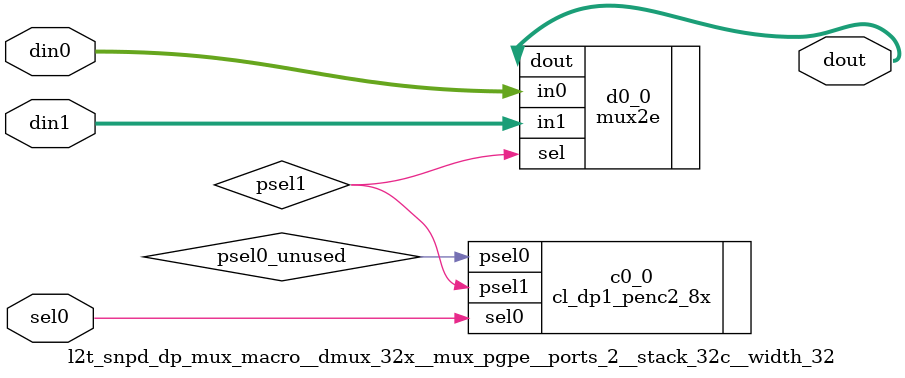
<source format=v>
`define	IQ_SIZE	8
`define	OQ_SIZE	12
`define	TAG_WIDTH	28
`define	TAG_WIDTH_LESS1	27
`define	TAG_WIDTHr	28r
`define	TAG_WIDTHc	28c
`define	TAG_WIDTH6	22
`define	TAG_WIDTH6r	22r
`define	TAG_WIDTH6c	22c


`define	MBD_WIDTH	106    // BS and SR 11/12/03 N2 Xbar Packet format change


`define	MBD_ECC_HI	105
`define	MBD_ECC_HI_PLUS1	106
`define	MBD_ECC_HI_PLUS5	110
`define	MBD_ECC_LO	100
`define	MBD_EVICT	99 
`define	MBD_DEP		98
`define	MBD_TECC	97
`define	MBD_ENTRY_HI	96
`define	MBD_ENTRY_LO	93

`define	MBD_POISON	92   
`define	MBD_RDMA_HI	91
`define	MBD_RDMA_LO	90
`define	MBD_RQ_HI	89
`define	MBD_RQ_LO	85
`define	MBD_NC		84
`define	MBD_RSVD	83
`define	MBD_CP_HI	82
`define	MBD_CP_LO	80
`define	MBD_TH_HI	79
`define	MBD_TH_LO	77
`define	MBD_BF_HI	76
`define	MBD_BF_LO	74
`define	MBD_WY_HI	73
`define	MBD_WY_LO	72
`define	MBD_SZ_HI	71
`define	MBD_SZ_LO	64
`define	MBD_DATA_HI	63
`define	MBD_DATA_LO	0

// BS and SR 11/12/03 N2 Xbar Packet format change
`define	L2_FBF		40
`define	L2_MBF		39
`define	L2_SNP		38
`define	L2_CTRUE	37
`define	L2_EVICT  	36
`define	L2_DEP		35
`define	L2_TECC		34
`define	L2_ENTRY_HI	33
`define	L2_ENTRY_LO	29

`define	L2_POISON	28
`define	L2_RDMA_HI	27
`define	L2_RDMA_LO	26
// BS and SR 11/12/03 N2 Xbar Packet format change , maps to bits [128:104] of PCXS packet , ther than RSVD bit
`define	L2_RQTYP_HI	25
`define	L2_RQTYP_LO	21
`define	L2_NC		20
`define	L2_RSVD		19
`define	L2_CPUID_HI	18
`define	L2_CPUID_LO	16
`define	L2_TID_HI	15	
`define	L2_TID_LO	13	
`define	L2_BUFID_HI     12	
`define	L2_BUFID_LO	10	
`define	L2_L1WY_HI	9
`define	L2_L1WY_LO	8
`define	L2_SZ_HI	7
`define	L2_SZ_LO	0


`define	ERR_MEU		63
`define	ERR_MEC		62
`define	ERR_RW		61
`define	ERR_ASYNC	60
`define	ERR_TID_HI	59 // PRM needs to change to reflect this : TID will be bits [59:54] instead of [58:54]
`define	ERR_TID_LO	54
`define	ERR_LDAC	53
`define	ERR_LDAU	52
`define	ERR_LDWC	51
`define	ERR_LDWU	50
`define	ERR_LDRC	49
`define	ERR_LDRU	48
`define	ERR_LDSC	47
`define	ERR_LDSU	46
`define	ERR_LTC		45
`define	ERR_LRU		44
`define	ERR_LVU		43
`define	ERR_DAC		42
`define	ERR_DAU		41
`define	ERR_DRC		40
`define	ERR_DRU		39
`define	ERR_DSC		38
`define	ERR_DSU		37
`define	ERR_VEC		36
`define	ERR_VEU		35
`define ERR_LVC         34
`define	ERR_SYN_HI	31
`define	ERR_SYN_LO	0



`define ERR_MEND	51
`define ERR_NDRW	50
`define ERR_NDSP	49
`define ERR_NDDM	48
`define ERR_NDVCID_HI   45
`define ERR_NDVCID_LO   40
`define ERR_NDADR_HI    39
`define ERR_NDADR_LO    4


//  Phase 2 : SIU Inteface and format change

`define	JBI_HDR_SZ	26 // BS and SR 11/12/03 N2 Xbar Packet format change
`define	JBI_HDR_SZ_LESS1	25 // BS and SR 11/12/03 N2 Xbar Packet format change
`define	JBI_HDR_SZ4     23	
`define	JBI_HDR_SZc	27c
`define	JBI_HDR_SZ4c    23c	

`define	JBI_ADDR_LO	0	
`define	JBI_ADDR_HI	7	
`define	JBI_SZ_LO	8	
`define	JBI_SZ_HI	15	
// `define	JBI_RSVD	16	NOt used
`define	JBI_CTAG_LO	16	
`define	JBI_CTAG_HI	23	
`define	JBI_RQ_RD	24	
`define	JBI_RQ_WR8	25	
`define	JBI_RQ_WR64	26	
`define JBI_OPES_LO	27	// 0 = 30, P=29, E=28, S=27
`define JBI_OPES_HI	30
`define	JBI_RQ_POISON	31	
`define	JBI_ENTRY_LO	32
`define	JBI_ENTRY_HI	33

//  Phase 2 : SIU Inteface and format change
// BS and SR 11/12/03 N2 Xbar Packet format change :
`define	JBINST_SZ_LO	0	
`define	JBINST_SZ_HI	7	
// `define	JBINST_RSVD	8 NOT used	
`define	JBINST_CTAG_LO	8	
`define	JBINST_CTAG_HI	15	
`define	JBINST_RQ_RD	16	
`define	JBINST_RQ_WR8	17	
`define	JBINST_RQ_WR64	18	
`define JBINST_OPES_LO  19	// 0 = 22, P=21, E=20, S=19
`define JBINST_OPES_HI  22
`define	JBINST_ENTRY_LO	23
`define	JBINST_ENTRY_HI	24
`define	JBINST_POISON   25


`define	ST_REQ_ST	1
`define	LD_REQ_ST	2
`define	IDLE	0


 
 
module l2t_snpd_dp (
  tcu_pce_ov, 
  tcu_aclk, 
  tcu_bclk, 
  tcu_scan_en, 
  tcu_clk_stop, 
  scan_out, 
  snpd_snpq_arbdp_addr_px2, 
  snpd_snpq_arbdp_inst_px2, 
  snpd_snpq_arbdp_data_px2, 
  snpd_ecc_px2, 
  snpd_rq_winv_s1, 
  snpd_rdmatag_wr_addr_s2, 
  l2clk, 
  scan_in, 
  sii_l2t_req, 
  sii_l2b_ecc, 
  snp_hdr1_wen0_s0, 
  snp_hdr2_wen0_s1, 
  snp_snp_data1_wen0_s2, 
  snp_snp_data2_wen0_s3, 
  snp_hdr1_wen1_s0, 
  snp_hdr2_wen1_s1, 
  snp_snp_data1_wen1_s2, 
  snp_snp_data2_wen1_s3, 
  snp_wr_ptr, 
  snp_rd_ptr, 
  snp_rdmad_wr_entry_s2, 
  l2t_mb2_wdata, 
  l2t_mb2_run, 
  l2t_siu_delay);
wire stop;
wire pce_ov;
wire siclk;
wire soclk;
wire se;
wire l2t_siu_delay_n;
wire ff_siu_req_delay_scanin;
wire ff_siu_req_delay_scanout;
wire [31:0] rdmat_sii_req_dely;
wire [31:0] muxed_dly_rdmat_sii_req;
wire ff_siu_ecc_delay_scanin;
wire ff_siu_ecc_delay_scanout;
wire [6:0] sii_l2b_ecc_delay;
wire [6:0] muxed_dly_rdmat_sii_ecc;
wire ff_siu_req_scanin;
wire ff_siu_req_scanout;
wire [31:0] rdmat_sii_req_buf;
wire ff_siu_ecc_scanin;
wire ff_siu_ecc_scanout;
wire [6:0] sii_l2b_ecc_d1;
wire ff_MERGED_scanin;
wire ff_MERGED_scanout;
wire [6:0] instr0_ecc;
wire ff_instr0_entry_scanin;
wire ff_instr0_entry_scanout;
wire ff_addr0_2_scanin;
wire ff_addr0_2_scanout;
wire ff_data0_1_scanin;
wire ff_data0_1_scanout;
wire ff_data0_2_scanin;
wire ff_data0_2_scanout;
wire ff_addr1_1_MERGED_scanin;
wire ff_addr1_1_MERGED_scanout;
wire [6:0] instr1_ecc;
wire ff_instr1_entry_scanin;
wire ff_instr1_entry_scanout;
wire ff_addr1_2_scanin;
wire ff_addr1_2_scanout;
wire ff_data1_1_scanin;
wire ff_data1_1_scanout;
wire ff_data1_2_scanin;
wire ff_data1_2_scanout;
wire l2t_mb2_run_r1_n;
wire snp_wr_ptr_n;
wire l2t_mb2_run_r1;
wire [39:6] snpd_rdmatag_wr_addr_s2_fnl;
wire [7:0] l2t_mb2_wdata_r3;
wire ff_snp_rd_ptr_d1_5_MERGED_scanin;
wire ff_snp_rd_ptr_d1_5_MERGED_scanout;
wire [7:0] l2t_mb2_wdata_r1;
wire [7:0] l2t_mb2_wdata_r2;
wire snp_rd_ptr_n;
wire snp_rd_ptr_d1_5;
wire snp_rd_ptr_d1_n;
wire snp_rd_ptr_d1_1_n;
wire [39:0] snpd_snpq_arbdp_addr_px2_unbuff;
wire snp_rd_ptr_d1_5_n;
wire snp_rd_ptr_d1_2_n;
wire snp_rd_ptr_d1_3_n;


input 		tcu_pce_ov;
input 		tcu_aclk;
input 		tcu_bclk;
input 		tcu_scan_en;
input 		tcu_clk_stop;
 
output 		scan_out; 
 
// to the arbiter 
output [39:0]			snpd_snpq_arbdp_addr_px2; 
output [`JBI_HDR_SZ-1:0]	snpd_snpq_arbdp_inst_px2; // this bus has grown by 1 bit since 2.0 
output [63:0]			snpd_snpq_arbdp_data_px2; 
output [6:0]			snpd_ecc_px2; 
 
// to snp 
output		snpd_rq_winv_s1; // to snp ctl; 
 
// to rdmatag 
output	[39:6]	snpd_rdmatag_wr_addr_s2 ; 
 
input	l2clk;
input scan_in; 
 
// from siu 
input	[31:0]	sii_l2t_req; 	// Phase 2 : SIU inteface and packet format change 2/7/04
input	[ 6:0]	sii_l2b_ecc; 	// RAS implementation 10/14/04
 
 // from snp 
input   snp_hdr1_wen0_s0, snp_hdr2_wen0_s1, snp_snp_data1_wen0_s2, snp_snp_data2_wen0_s3 ; 
input   snp_hdr1_wen1_s0, snp_hdr2_wen1_s1, snp_snp_data1_wen1_s2, snp_snp_data2_wen1_s3 ; 
input	snp_wr_ptr; 
input	snp_rd_ptr; 
input	[1:0]	snp_rdmad_wr_entry_s2; 

// mb2  controller

input	[7:0]	l2t_mb2_wdata;
input		l2t_mb2_run;

// from cpu 

input		l2t_siu_delay;

 
assign stop = tcu_clk_stop;
assign pce_ov = tcu_pce_ov;
assign siclk = tcu_aclk;
assign soclk = tcu_bclk;
assign se = tcu_scan_en;


 
wire	[`JBI_HDR_SZ-1:0]	instr0;  
wire	[`JBI_HDR_SZ-1:0]	instr1;  
wire	[39:0]	addr0;  
wire	[39:0]	addr1;  
wire	[63:0]	data0; 
wire	[63:0]	data1; 
 
wire	snp_rd_ptr_d1, snp_rd_ptr_d1_1, snp_rd_ptr_d1_2, snp_rd_ptr_d1_3 ; 
 
wire	snp_rd_ptr_d1_4; 
 
//////////////////////////////////////////////////////////////////////////////////////////////////
//  data path is 92 bits wide. 
//  address = 40 bits 
//  header  = 20 bits 
//  data    = 64 bits/2  
//////////////////////////////////////////////////////////////////////////////////////////////////
//  Phase 2 : SIU inteface and packet format change 2/7/04 
// In cycle 1 write 24 bits of header and 8 bits of address. 
//	WRI					WR8				RDD
//[31] = don't care                     [31] = don't care               [31] = don't care
//[30] = 'O'rdered bit                  [30] = 'O'rdered bit            [30] = 'O'rdered bit
//[29] = 'P'osted bit                   [29] = 'P'osted bit             [29] = 'P'osted bit
//[28] = 'E'rror bit                    [28] = 'E'rror bit              [28] = 'E'rror bit
//[27] = 'S'ource bit (DMU/NIU)         [27] = 'S'ource bit (DMU/NIU)   [27] = 'S'ource bit (DMU/NIU)
//[26:24] = 3'b100 for WRI              [26:24] = 3'b010 for WR8        [26:24] = 3'b001 for RDD
//[23:08] = Tag bits[15:0]              [23:16] = Don't care            [23:08] = Tag bits[15:0]
//[7:0] = Address[39:32]                [15:8] = Bytemasks[7:0]         [7:0] = Address[39:32]
//                                      [7:0] = Address[39:32]
//////////////////////////////////////////////////////////////////////////////////////////////////

l2t_snpd_dp_inv_macro__width_1 inv_l2t_siu_delay 
	(
	.dout	(l2t_siu_delay_n),
	.din	(l2t_siu_delay)
	);


l2t_snpd_dp_msff_macro__stack_32c__width_32 ff_siu_req_delay 
         (
         .scan_in(ff_siu_req_delay_scanin),
         .scan_out(ff_siu_req_delay_scanout),
         .dout(rdmat_sii_req_dely[31:0]),
         .din(sii_l2t_req[31:0]),
         .clk(l2clk),
         .en(1'b1),
  .se(se),
  .siclk(siclk),
  .soclk(soclk),
  .pce_ov(pce_ov),
  .stop(stop)
        );


l2t_snpd_dp_mux_macro__dmux_8x__mux_aonpe__ports_2__stack_34c__width_32  mux_rdmat_sii_req_dely 
         (
         .dout   (muxed_dly_rdmat_sii_req[31:0]),
         .din0   (sii_l2t_req[31:0]),
         .din1   (rdmat_sii_req_dely[31:0]),
         .sel0   (l2t_siu_delay_n),
         .sel1   (l2t_siu_delay)
         );

l2t_snpd_dp_msff_macro__stack_8c__width_7 ff_siu_ecc_delay 
         (
         .scan_in(ff_siu_ecc_delay_scanin),
         .scan_out(ff_siu_ecc_delay_scanout),
         .din(sii_l2b_ecc[6:0]),
         .dout(sii_l2b_ecc_delay[6:0]),
         .clk(l2clk),
         .en(1'b1),
  .se(se),
  .siclk(siclk),
  .soclk(soclk),
  .pce_ov(pce_ov),
  .stop(stop)
        );


l2t_snpd_dp_mux_macro__dmux_8x__mux_aonpe__ports_2__stack_8c__width_7  mux_siu_ecc_dly 
         (
         .dout   (muxed_dly_rdmat_sii_ecc[6:0]),
         .din0   (sii_l2b_ecc[6:0]),
         .din1   (sii_l2b_ecc_delay[6:0]),
         .sel0   (l2t_siu_delay_n),
         .sel1   (l2t_siu_delay)
         );



// Phase 2 : SIU inteface and packet format change 2/7/04
// This adds the 1 cycle delay to the req bus from SIU hence lining
// up timing 

l2t_snpd_dp_msff_macro__stack_32c__width_32 ff_siu_req 
         (
         .scan_in(ff_siu_req_scanin),
         .scan_out(ff_siu_req_scanout),
         .dout(rdmat_sii_req_buf[31:0]),
         .din(muxed_dly_rdmat_sii_req[31:0]), 
	 .clk(l2clk),
         .en(1'b1),
  .se(se),
  .siclk(siclk),
  .soclk(soclk),
  .pce_ov(pce_ov),
  .stop(stop)
        );

l2t_snpd_dp_msff_macro__stack_7c__width_7 ff_siu_ecc 
         (
         .scan_in(ff_siu_ecc_scanin),
         .scan_out(ff_siu_ecc_scanout),
         .din(muxed_dly_rdmat_sii_ecc[6:0]),
         .dout(sii_l2b_ecc_d1[6:0]),
         .clk(l2clk),
         .en(1'b1),
  .se(se),
  .siclk(siclk),
  .soclk(soclk),
  .pce_ov(pce_ov),
  .stop(stop)
        );


l2t_snpd_dp_msff_macro__stack_39c__width_39 ff_MERGED 
         (
        .scan_in(ff_MERGED_scanin),
        .scan_out(ff_MERGED_scanout),
        .din({sii_l2b_ecc_d1[6:0],rdmat_sii_req_buf[`JBI_RQ_POISON],rdmat_sii_req_buf[`JBI_OPES_HI:`JBI_SZ_LO],rdmat_sii_req_buf[`JBI_ADDR_HI:`JBI_ADDR_LO]}),
        .clk(l2clk),
        .dout({instr0_ecc[6:0],instr0[`JBI_HDR_SZ-1],instr0[`JBI_HDR_SZ-4:0],addr0[39:32]}),
        .en(snp_hdr1_wen0_s0),
  .se(se),
  .siclk(siclk),
  .soclk(soclk),
  .pce_ov(pce_ov),
  .stop(stop)
        );

// Phase 2 : SIU inteface and packet format change 2/7/04

l2t_snpd_dp_msff_macro__stack_2c__width_2 ff_instr0_entry 
	 ( 
	 .scan_in(ff_instr0_entry_scanin),
	 .scan_out(ff_instr0_entry_scanout),
	 .din(snp_rdmad_wr_entry_s2[1:0]), .clk(l2clk), 
	 .dout(instr0[`JBI_HDR_SZ-2:`JBI_HDR_SZ-3]), 
         .en(snp_snp_data1_wen0_s2),
  .se(se),
  .siclk(siclk),
  .soclk(soclk),
  .pce_ov(pce_ov),
  .stop(stop) 
	); 
 
// 32 bits of addr <31:0> 
// cycle s2 

l2t_snpd_dp_msff_macro__stack_32c__width_32 ff_addr0_2 
    	(
	.scan_in(ff_addr0_2_scanin),
	.scan_out(ff_addr0_2_scanout),
	.din(rdmat_sii_req_buf[31:0]), .clk(l2clk), 
        .dout(addr0[31:0]),  
	.en(snp_hdr2_wen0_s1),
  .se(se),
  .siclk(siclk),
  .soclk(soclk),
  .pce_ov(pce_ov),
  .stop(stop) 

	); 
 
// 32 bits of data <63:32> 
// cycle s3 

l2t_snpd_dp_msff_macro__dmsff_16x__stack_32c__width_32 ff_data0_1 
	(
	.scan_in(ff_data0_1_scanin),
	.scan_out(ff_data0_1_scanout),
	.din(rdmat_sii_req_buf[31:0]), .clk(l2clk), 
	.dout(data0[63:32]),  
	.en(snp_snp_data1_wen0_s2),
  .se(se),
  .siclk(siclk),
  .soclk(soclk),
  .pce_ov(pce_ov),
  .stop(stop) 
	); 
 
 
// 32 bits of data <31:0> 
// cycle s4 


l2t_snpd_dp_msff_macro__dmsff_16x__stack_32c__width_32 ff_data0_2 
	(
	.scan_in(ff_data0_2_scanin),
	.scan_out(ff_data0_2_scanout),
	.din(rdmat_sii_req_buf[31:0]), .clk(l2clk), 
        .dout(data0[31:0]),  
	.en(snp_snp_data2_wen0_s3),
  .se(se),
  .siclk(siclk),
  .soclk(soclk),
  .pce_ov(pce_ov),
  .stop(stop) 
	); 
 
// In cycle 1 write 24 bits of header and 8 bits of address. 
// Header = wr64 wr8 rd CTAG<11:0> RSVD SZ<7:0>  
// address : 7:0
// size : 15:8
// rsvd : 16
// ctag : 28:17
// rd : 29
// wr8 : 30
// wr64 : 31
// cycle s1
 
l2t_snpd_dp_msff_macro__stack_39c__width_39 ff_addr1_1_MERGED 
        (
        .scan_in(ff_addr1_1_MERGED_scanin),
        .scan_out(ff_addr1_1_MERGED_scanout),
        .din({sii_l2b_ecc_d1[6:0],rdmat_sii_req_buf[`JBI_OPES_HI:`JBI_SZ_LO],rdmat_sii_req_buf[`JBI_ADDR_HI:`JBI_ADDR_LO],rdmat_sii_req_buf[`JBI_RQ_POISON]}),
        .clk(l2clk),
        .dout({instr1_ecc[6:0],instr1[`JBI_HDR_SZ-4:0],addr1[39:32],instr1[`JBI_HDR_SZ-1]}),
        .en(snp_hdr1_wen1_s0),
  .se(se),
  .siclk(siclk),
  .soclk(soclk),
  .pce_ov(pce_ov),
  .stop(stop) 
        );

// Phase 2 : SIU inteface and packet format change 2/7/04

l2t_snpd_dp_msff_macro__stack_2c__width_2 ff_instr1_entry 
	( 
	.scan_in(ff_instr1_entry_scanin),
	.scan_out(ff_instr1_entry_scanout),
	.din(snp_rdmad_wr_entry_s2[1:0]), .clk(l2clk), 
	.dout(instr1[`JBI_HDR_SZ-2:`JBI_HDR_SZ-3]), 
	.en(snp_snp_data1_wen1_s2),
  .se(se),
  .siclk(siclk),
  .soclk(soclk),
  .pce_ov(pce_ov),
  .stop(stop) 
	); 
 

 
// 32 bits of addr <31:0> 
// cycle s2 


l2t_snpd_dp_msff_macro__stack_32c__width_32 ff_addr1_2 
	(.din(rdmat_sii_req_buf[31:0]), .clk(l2clk), 
	.scan_in(ff_addr1_2_scanin),
	.scan_out(ff_addr1_2_scanout),
	.dout(addr1[31:0]), 
	.en(snp_hdr2_wen1_s1),
  .se(se),
  .siclk(siclk),
  .soclk(soclk),
  .pce_ov(pce_ov),
  .stop(stop) 
	); 


 
// 32 bits of data <63:32> 
// cycle s3 

l2t_snpd_dp_msff_macro__dmsff_16x__stack_32c__width_32 ff_data1_1 
    	(
	.scan_in(ff_data1_1_scanin),
	.scan_out(ff_data1_1_scanout),
	.din(rdmat_sii_req_buf[31:0]), .clk(l2clk), 
        .dout(data1[63:32]), 
        .en(snp_snp_data1_wen1_s2),
  .se(se),
  .siclk(siclk),
  .soclk(soclk),
  .pce_ov(pce_ov),
  .stop(stop) 
	); 
 
// 32 bits of data <31:0> 
// cycle s4 

l2t_snpd_dp_msff_macro__dmsff_16x__stack_32c__width_32 ff_data1_2 
	(
	.scan_in(ff_data1_2_scanin),
	.scan_out(ff_data1_2_scanout),
	.din(rdmat_sii_req_buf[31:0]), .clk(l2clk), 
	.dout(data1[31:0]), 
	.en(snp_snp_data2_wen1_s3),
  .se(se),
  .siclk(siclk),
  .soclk(soclk),
  .pce_ov(pce_ov),
  .stop(stop) 
	); 
 
 
 
 
///////////////////////////////////////////////// 
// A 34 bit mux is used to mux out the address 
// of the request that is being sent from the siu. 
// Hence wr ptr is used for this mux. 
// If this request happens to be a WR64, the  
// address is written into the rdma tags. 
///////////////////////////////////////////////// 

l2t_snpd_dp_inv_macro__width_2 snp_wr_ptr_inv_slice  
	( 
	.dout	({l2t_mb2_run_r1_n,snp_wr_ptr_n}), 
	.din	({l2t_mb2_run_r1,snp_wr_ptr}) 
	);	

 
l2t_snpd_dp_mux_macro__dmux_8x__mux_aonpe__ports_2__stack_35c__width_35 mux_MERGED 
                        (.dout ({snpd_rdmatag_wr_addr_s2_fnl[39:6],snpd_rq_winv_s1}) ,
                        .din0({addr0[39:6],instr0[`JBINST_RQ_WR64]}),  // entry0
                        .din1({addr1[39:6],instr1[`JBINST_RQ_WR64]}), // entry1
                        .sel0(snp_wr_ptr_n),  // entry 0 is being written
                        .sel1(snp_wr_ptr)) ; // entry 1 is being written

l2t_snpd_dp_mux_macro__dmux_8x__mux_aonpe__ports_2__stack_34c__width_34  mux_snpd_rdmatag_wr_addr_s2 
               (
		.dout (snpd_rdmatag_wr_addr_s2[39:6]),
		.din0	(snpd_rdmatag_wr_addr_s2_fnl[39:6]),
		.din1	({l2t_mb2_wdata_r3[1:0],{4{l2t_mb2_wdata_r3[7:0]}}}),
		.sel0	(l2t_mb2_run_r1_n),
		.sel1	(l2t_mb2_run_r1)
		);


 
	 
///////////////////////////////////////////////// 
// The snp q output is a mux between the  
// entry0 and entry1. 
// 
// rd pointer is updated when arb_snpsel_c1  
//  
///////////////////////////////////////////////// 
 
 
l2t_snpd_dp_msff_macro__dmsff_32x__stack_32c__width_32 ff_snp_rd_ptr_d1_5_MERGED 
       (
	.scan_in(ff_snp_rd_ptr_d1_5_MERGED_scanin),
	.scan_out(ff_snp_rd_ptr_d1_5_MERGED_scanout),
	.din({l2t_mb2_wdata[7:0],l2t_mb2_wdata_r1[7:0],l2t_mb2_wdata_r2[7:0],
		l2t_mb2_run,snp_rd_ptr,snp_rd_ptr,snp_rd_ptr,
		snp_rd_ptr,snp_rd_ptr,snp_rd_ptr,snp_rd_ptr_n}),
	.clk(l2clk),
	.dout({l2t_mb2_wdata_r1[7:0],l2t_mb2_wdata_r2[7:0],l2t_mb2_wdata_r3[7:0],
		l2t_mb2_run_r1,snp_rd_ptr_d1_5,
	snp_rd_ptr_d1_4,snp_rd_ptr_d1_3,snp_rd_ptr_d1_2,
	snp_rd_ptr_d1_1,snp_rd_ptr_d1,snp_rd_ptr_d1_n}),
	.en(1'b1),
  .se(se),
  .siclk(siclk),
  .soclk(soclk),
  .pce_ov(pce_ov),
  .stop(stop)
	); 

l2t_snpd_dp_inv_macro__width_1 snp_rd_ptr_inv_slice  
	( 
	.dout	(snp_rd_ptr_n ), 
	.din	(snp_rd_ptr ) 
	);	

 
l2t_snpd_dp_mux_macro__dmux_8x__mux_aonpe__ports_2__stack_27c__width_26 mux_instr_px2 
			(.dout (snpd_snpq_arbdp_inst_px2[`JBI_HDR_SZ-1:0]), 
                	.din0(instr0[`JBI_HDR_SZ-1:0]),  // entry0 
                	.din1(instr1[`JBI_HDR_SZ-1:0]),  // entry1 
                	.sel0(snp_rd_ptr_d1_n),  // entry 0 is being written 
			.sel1(snp_rd_ptr_d1)) ; // entry 1 is being written 

l2t_snpd_dp_mux_macro__dmux_8x__mux_aonpe__ports_2__stack_7c__width_7 mux_snp_ecc_px2 
			(.dout (snpd_ecc_px2[6:0]), 
                	.din0  (instr0_ecc[6:0]),  // entry0 
                	.din1  (instr1_ecc[6:0]),  // entry1 
                	.sel0  (snp_rd_ptr_d1_n),  // entry 0 is being written 
			.sel1  (snp_rd_ptr_d1)) ; // entry 1 is being written 





 
 
// Change 6/13/2003 
// 1) use an 8x flop for snp_rd_ptr_d1_4, snp_rd_ptr_d1_5  
// The above signals can be used for the more critical address bits <17:8> 
// transmit the selects close to the affected bits before flopping them so 
// as to save time in PX2. 
// 2) The 2-1 addr mux ( use a 2x mux) can be performed between ~addr0 and ~addr1. 
//    The result can be driven using a 40x buffer  
 

l2t_snpd_dp_inv_macro__width_1 snp_rd_ptr_d1_1_inv_slice  
	( 
	.dout	(snp_rd_ptr_d1_1_n ), 
	.din	(snp_rd_ptr_d1_1 ) 
	);	

//buff_macro buff_snpd_snpq_arbdp_addr_px2_1  (width=30,stack=30c,dbuff=32x)
//	(
//	.dout	({snpd_snpq_arbdp_addr_px2[39:18],snpd_snpq_arbdp_addr_px2[7:0]}) ,
//	.din	({snpd_snpq_arbdp_addr_px2_unbuff[39:18],snpd_snpq_arbdp_addr_px2_unbuff[7:0]}) ,
//	);

assign snpd_snpq_arbdp_addr_px2[39:0] = snpd_snpq_arbdp_addr_px2_unbuff[39:0];

 
l2t_snpd_dp_mux_macro__dmux_32x__mux_pgpe__ports_2__stack_30c__width_30 mux_addr_px2_39_18_MERGED 
        (
	.dout ({snpd_snpq_arbdp_addr_px2_unbuff[39:18],snpd_snpq_arbdp_addr_px2_unbuff[7:0]}) ,
        .din0({addr0[39:18],addr0[7:0]}),  // entry0
        .din1({addr1[39:18],addr1[7:0]}),  // entry1
        .sel0(snp_rd_ptr_d1_1_n)  // entry 0 is being read
	); // entry 1 is being read
 
l2t_snpd_dp_mux_macro__dmux_32x__mux_pgpe__ports_2__stack_5c__width_5 mux_addr_px2_17_13 
			(.dout (snpd_snpq_arbdp_addr_px2_unbuff[17:13]) , 
                	.din0(addr1[17:13]),  // entry1 
                	.din1(addr0[17:13]),  // entry0 
                	.sel0(snp_rd_ptr_d1_4)  // entry 0 is being read 
			) ; // entry 1 is being read 
 
l2t_snpd_dp_inv_macro__width_1 snp_rd_ptr_d1_5_inv_slice  
	( 
	.dout	(snp_rd_ptr_d1_5_n ),
	.din	(snp_rd_ptr_d1_5 ) 
	);	

l2t_snpd_dp_mux_macro__dmux_32x__mux_pgpe__ports_2__stack_5c__width_5 mux_addr_px2_12_8 
			(.dout (snpd_snpq_arbdp_addr_px2_unbuff[12:8]) , 
                	.din0(addr0[12:8]),  // entry0 
                	.din1(addr1[12:8]),  // entry1 
                	.sel0(snp_rd_ptr_d1_5_n)  // entry 0 is being read 
			) ; // entry 1 is being read 
 
l2t_snpd_dp_inv_macro__width_1 snp_rd_ptr_d1_2_inv_slice  
	( 
	.dout	(snp_rd_ptr_d1_2_n ), 
	.din	(snp_rd_ptr_d1_2 ) 
	);	
 
 
l2t_snpd_dp_mux_macro__dmux_32x__mux_pgpe__ports_2__stack_32c__width_32 mux_data_px2_0 
			(.dout (snpd_snpq_arbdp_data_px2[31:0]) , 
                	.din0(data0[31:0]),  // entry0 
                	.din1(data1[31:0]),  // entry1 
                	.sel0(snp_rd_ptr_d1_2_n)  // entry 0 is being written 
			) ; // entry 1 is being written 
 
 
l2t_snpd_dp_inv_macro__width_1 snp_rd_ptr_d1_3_inv_slice  
	( 
	.dout	(snp_rd_ptr_d1_3_n ), 
	.din	(snp_rd_ptr_d1_3 ) 
	);	


l2t_snpd_dp_mux_macro__dmux_32x__mux_pgpe__ports_2__stack_32c__width_32 mux_data_px2_1 
	(
	.dout (snpd_snpq_arbdp_data_px2[63:32]) , 
        .din0(data0[63:32]),  // entry0 
        .din1(data1[63:32]),  // entry1 
        .sel0(snp_rd_ptr_d1_3_n)  // entry 0 is being written 
	);

//buff_macro buff_snpd_snpq_arbdp_data_px2_1 (width=32,stack=32c,dbuff=32x)
//	(
//	.dout	(snpd_snpq_arbdp_data_px2[63:32]),
//	.din	(snpd_snpq_arbdp_data_px2_unbuff[63:32])
//	);
//
//buff_macro buff_snpd_snpq_arbdp_data_px2_2 (width=32,stack=32c,dbuff=32x)
//        (
//        .dout   (snpd_snpq_arbdp_data_px2[31:0]),
//        .din    (snpd_snpq_arbdp_data_px2_unbuff[31:0])
//        );
//







// fixscan start:
assign ff_siu_req_delay_scanin   = scan_in                  ;
assign ff_siu_ecc_delay_scanin   = ff_siu_req_delay_scanout ;
assign ff_siu_req_scanin         = ff_siu_ecc_delay_scanout ;
assign ff_siu_ecc_scanin         = ff_siu_req_scanout       ;
assign ff_MERGED_scanin          = ff_siu_ecc_scanout       ;
assign ff_instr0_entry_scanin    = ff_MERGED_scanout        ;
assign ff_addr0_2_scanin         = ff_instr0_entry_scanout  ;
assign ff_data0_1_scanin         = ff_addr0_2_scanout       ;
assign ff_data0_2_scanin         = ff_data0_1_scanout       ;
assign ff_addr1_1_MERGED_scanin  = ff_data0_2_scanout       ;
assign ff_instr1_entry_scanin    = ff_addr1_1_MERGED_scanout;
assign ff_addr1_2_scanin         = ff_instr1_entry_scanout  ;
assign ff_data1_1_scanin         = ff_addr1_2_scanout       ;
assign ff_data1_2_scanin         = ff_data1_1_scanout       ;
assign ff_snp_rd_ptr_d1_5_MERGED_scanin = ff_data1_2_scanout       ;
assign scan_out                  = ff_snp_rd_ptr_d1_5_MERGED_scanout;
// fixscan end:
endmodule 
 



//
//   invert macro
//
//





module l2t_snpd_dp_inv_macro__width_1 (
  din, 
  dout);
  input [0:0] din;
  output [0:0] dout;






inv /*#(1)*/  d0_0 (
.in(din[0:0]),
.out(dout[0:0])
);









endmodule









// any PARAMS parms go into naming of macro

module l2t_snpd_dp_msff_macro__stack_32c__width_32 (
  din, 
  clk, 
  en, 
  se, 
  scan_in, 
  siclk, 
  soclk, 
  pce_ov, 
  stop, 
  dout, 
  scan_out);
wire l1clk;
wire siclk_out;
wire soclk_out;
wire [30:0] so;

  input [31:0] din;


  input clk;
  input en;
  input se;
  input scan_in;
  input siclk;
  input soclk;
  input pce_ov;
  input stop;



  output [31:0] dout;


  output scan_out;




cl_dp1_l1hdr_8x c0_0 (
.l2clk(clk),
.pce(en),
.aclk(siclk),
.bclk(soclk),
.l1clk(l1clk),
  .se(se),
  .pce_ov(pce_ov),
  .stop(stop),
  .siclk_out(siclk_out),
  .soclk_out(soclk_out)
);
dff /*#(32)*/  d0_0 (
.l1clk(l1clk),
.siclk(siclk_out),
.soclk(soclk_out),
.d(din[31:0]),
.si({scan_in,so[30:0]}),
.so({so[30:0],scan_out}),
.q(dout[31:0])
);




















endmodule









// general mux macro for pass-gate and and-or muxes with/wout priority encoders
// also for pass-gate with decoder





// any PARAMS parms go into naming of macro

module l2t_snpd_dp_mux_macro__dmux_8x__mux_aonpe__ports_2__stack_34c__width_32 (
  din0, 
  sel0, 
  din1, 
  sel1, 
  dout);
wire buffout0;
wire buffout1;

  input [31:0] din0;
  input sel0;
  input [31:0] din1;
  input sel1;
  output [31:0] dout;





cl_dp1_muxbuff2_8x  c0_0 (
 .in0(sel0),
 .in1(sel1),
 .out0(buffout0),
 .out1(buffout1)
);
mux2s /*#(32)*/  d0_0 (
  .sel0(buffout0),
  .sel1(buffout1),
  .in0(din0[31:0]),
  .in1(din1[31:0]),
.dout(dout[31:0])
);









  



endmodule






// any PARAMS parms go into naming of macro

module l2t_snpd_dp_msff_macro__stack_8c__width_7 (
  din, 
  clk, 
  en, 
  se, 
  scan_in, 
  siclk, 
  soclk, 
  pce_ov, 
  stop, 
  dout, 
  scan_out);
wire l1clk;
wire siclk_out;
wire soclk_out;
wire [5:0] so;

  input [6:0] din;


  input clk;
  input en;
  input se;
  input scan_in;
  input siclk;
  input soclk;
  input pce_ov;
  input stop;



  output [6:0] dout;


  output scan_out;




cl_dp1_l1hdr_8x c0_0 (
.l2clk(clk),
.pce(en),
.aclk(siclk),
.bclk(soclk),
.l1clk(l1clk),
  .se(se),
  .pce_ov(pce_ov),
  .stop(stop),
  .siclk_out(siclk_out),
  .soclk_out(soclk_out)
);
dff /*#(7)*/  d0_0 (
.l1clk(l1clk),
.siclk(siclk_out),
.soclk(soclk_out),
.d(din[6:0]),
.si({scan_in,so[5:0]}),
.so({so[5:0],scan_out}),
.q(dout[6:0])
);




















endmodule









// general mux macro for pass-gate and and-or muxes with/wout priority encoders
// also for pass-gate with decoder





// any PARAMS parms go into naming of macro

module l2t_snpd_dp_mux_macro__dmux_8x__mux_aonpe__ports_2__stack_8c__width_7 (
  din0, 
  sel0, 
  din1, 
  sel1, 
  dout);
wire buffout0;
wire buffout1;

  input [6:0] din0;
  input sel0;
  input [6:0] din1;
  input sel1;
  output [6:0] dout;





cl_dp1_muxbuff2_8x  c0_0 (
 .in0(sel0),
 .in1(sel1),
 .out0(buffout0),
 .out1(buffout1)
);
mux2s /*#(7)*/  d0_0 (
  .sel0(buffout0),
  .sel1(buffout1),
  .in0(din0[6:0]),
  .in1(din1[6:0]),
.dout(dout[6:0])
);









  



endmodule






// any PARAMS parms go into naming of macro

module l2t_snpd_dp_msff_macro__stack_7c__width_7 (
  din, 
  clk, 
  en, 
  se, 
  scan_in, 
  siclk, 
  soclk, 
  pce_ov, 
  stop, 
  dout, 
  scan_out);
wire l1clk;
wire siclk_out;
wire soclk_out;
wire [5:0] so;

  input [6:0] din;


  input clk;
  input en;
  input se;
  input scan_in;
  input siclk;
  input soclk;
  input pce_ov;
  input stop;



  output [6:0] dout;


  output scan_out;




cl_dp1_l1hdr_8x c0_0 (
.l2clk(clk),
.pce(en),
.aclk(siclk),
.bclk(soclk),
.l1clk(l1clk),
  .se(se),
  .pce_ov(pce_ov),
  .stop(stop),
  .siclk_out(siclk_out),
  .soclk_out(soclk_out)
);
dff /*#(7)*/  d0_0 (
.l1clk(l1clk),
.siclk(siclk_out),
.soclk(soclk_out),
.d(din[6:0]),
.si({scan_in,so[5:0]}),
.so({so[5:0],scan_out}),
.q(dout[6:0])
);




















endmodule













// any PARAMS parms go into naming of macro

module l2t_snpd_dp_msff_macro__stack_39c__width_39 (
  din, 
  clk, 
  en, 
  se, 
  scan_in, 
  siclk, 
  soclk, 
  pce_ov, 
  stop, 
  dout, 
  scan_out);
wire l1clk;
wire siclk_out;
wire soclk_out;
wire [37:0] so;

  input [38:0] din;


  input clk;
  input en;
  input se;
  input scan_in;
  input siclk;
  input soclk;
  input pce_ov;
  input stop;



  output [38:0] dout;


  output scan_out;




cl_dp1_l1hdr_8x c0_0 (
.l2clk(clk),
.pce(en),
.aclk(siclk),
.bclk(soclk),
.l1clk(l1clk),
  .se(se),
  .pce_ov(pce_ov),
  .stop(stop),
  .siclk_out(siclk_out),
  .soclk_out(soclk_out)
);
dff /*#(39)*/  d0_0 (
.l1clk(l1clk),
.siclk(siclk_out),
.soclk(soclk_out),
.d(din[38:0]),
.si({scan_in,so[37:0]}),
.so({so[37:0],scan_out}),
.q(dout[38:0])
);




















endmodule













// any PARAMS parms go into naming of macro

module l2t_snpd_dp_msff_macro__stack_2c__width_2 (
  din, 
  clk, 
  en, 
  se, 
  scan_in, 
  siclk, 
  soclk, 
  pce_ov, 
  stop, 
  dout, 
  scan_out);
wire l1clk;
wire siclk_out;
wire soclk_out;
wire [0:0] so;

  input [1:0] din;


  input clk;
  input en;
  input se;
  input scan_in;
  input siclk;
  input soclk;
  input pce_ov;
  input stop;



  output [1:0] dout;


  output scan_out;




cl_dp1_l1hdr_8x c0_0 (
.l2clk(clk),
.pce(en),
.aclk(siclk),
.bclk(soclk),
.l1clk(l1clk),
  .se(se),
  .pce_ov(pce_ov),
  .stop(stop),
  .siclk_out(siclk_out),
  .soclk_out(soclk_out)
);
dff /*#(2)*/  d0_0 (
.l1clk(l1clk),
.siclk(siclk_out),
.soclk(soclk_out),
.d(din[1:0]),
.si({scan_in,so[0:0]}),
.so({so[0:0],scan_out}),
.q(dout[1:0])
);




















endmodule













// any PARAMS parms go into naming of macro

module l2t_snpd_dp_msff_macro__dmsff_16x__stack_32c__width_32 (
  din, 
  clk, 
  en, 
  se, 
  scan_in, 
  siclk, 
  soclk, 
  pce_ov, 
  stop, 
  dout, 
  scan_out);
wire l1clk;
wire siclk_out;
wire soclk_out;
wire [30:0] so;

  input [31:0] din;


  input clk;
  input en;
  input se;
  input scan_in;
  input siclk;
  input soclk;
  input pce_ov;
  input stop;



  output [31:0] dout;


  output scan_out;




cl_dp1_l1hdr_8x c0_0 (
.l2clk(clk),
.pce(en),
.aclk(siclk),
.bclk(soclk),
.l1clk(l1clk),
  .se(se),
  .pce_ov(pce_ov),
  .stop(stop),
  .siclk_out(siclk_out),
  .soclk_out(soclk_out)
);
dff /*#(32)*/  d0_0 (
.l1clk(l1clk),
.siclk(siclk_out),
.soclk(soclk_out),
.d(din[31:0]),
.si({scan_in,so[30:0]}),
.so({so[30:0],scan_out}),
.q(dout[31:0])
);




















endmodule









//
//   invert macro
//
//





module l2t_snpd_dp_inv_macro__width_2 (
  din, 
  dout);
  input [1:0] din;
  output [1:0] dout;






inv /*#(2)*/  d0_0 (
.in(din[1:0]),
.out(dout[1:0])
);









endmodule





// general mux macro for pass-gate and and-or muxes with/wout priority encoders
// also for pass-gate with decoder





// any PARAMS parms go into naming of macro

module l2t_snpd_dp_mux_macro__dmux_8x__mux_aonpe__ports_2__stack_35c__width_35 (
  din0, 
  sel0, 
  din1, 
  sel1, 
  dout);
wire buffout0;
wire buffout1;

  input [34:0] din0;
  input sel0;
  input [34:0] din1;
  input sel1;
  output [34:0] dout;





cl_dp1_muxbuff2_8x  c0_0 (
 .in0(sel0),
 .in1(sel1),
 .out0(buffout0),
 .out1(buffout1)
);
mux2s /*#(35)*/  d0_0 (
  .sel0(buffout0),
  .sel1(buffout1),
  .in0(din0[34:0]),
  .in1(din1[34:0]),
.dout(dout[34:0])
);









  



endmodule


// general mux macro for pass-gate and and-or muxes with/wout priority encoders
// also for pass-gate with decoder





// any PARAMS parms go into naming of macro

module l2t_snpd_dp_mux_macro__dmux_8x__mux_aonpe__ports_2__stack_34c__width_34 (
  din0, 
  sel0, 
  din1, 
  sel1, 
  dout);
wire buffout0;
wire buffout1;

  input [33:0] din0;
  input sel0;
  input [33:0] din1;
  input sel1;
  output [33:0] dout;





cl_dp1_muxbuff2_8x  c0_0 (
 .in0(sel0),
 .in1(sel1),
 .out0(buffout0),
 .out1(buffout1)
);
mux2s /*#(34)*/  d0_0 (
  .sel0(buffout0),
  .sel1(buffout1),
  .in0(din0[33:0]),
  .in1(din1[33:0]),
.dout(dout[33:0])
);









  



endmodule






// any PARAMS parms go into naming of macro

module l2t_snpd_dp_msff_macro__dmsff_32x__stack_32c__width_32 (
  din, 
  clk, 
  en, 
  se, 
  scan_in, 
  siclk, 
  soclk, 
  pce_ov, 
  stop, 
  dout, 
  scan_out);
wire l1clk;
wire siclk_out;
wire soclk_out;
wire [30:0] so;

  input [31:0] din;


  input clk;
  input en;
  input se;
  input scan_in;
  input siclk;
  input soclk;
  input pce_ov;
  input stop;



  output [31:0] dout;


  output scan_out;




cl_dp1_l1hdr_8x c0_0 (
.l2clk(clk),
.pce(en),
.aclk(siclk),
.bclk(soclk),
.l1clk(l1clk),
  .se(se),
  .pce_ov(pce_ov),
  .stop(stop),
  .siclk_out(siclk_out),
  .soclk_out(soclk_out)
);
dff /*#(32)*/  d0_0 (
.l1clk(l1clk),
.siclk(siclk_out),
.soclk(soclk_out),
.d(din[31:0]),
.si({scan_in,so[30:0]}),
.so({so[30:0],scan_out}),
.q(dout[31:0])
);




















endmodule









// general mux macro for pass-gate and and-or muxes with/wout priority encoders
// also for pass-gate with decoder





// any PARAMS parms go into naming of macro

module l2t_snpd_dp_mux_macro__dmux_8x__mux_aonpe__ports_2__stack_27c__width_26 (
  din0, 
  sel0, 
  din1, 
  sel1, 
  dout);
wire buffout0;
wire buffout1;

  input [25:0] din0;
  input sel0;
  input [25:0] din1;
  input sel1;
  output [25:0] dout;





cl_dp1_muxbuff2_8x  c0_0 (
 .in0(sel0),
 .in1(sel1),
 .out0(buffout0),
 .out1(buffout1)
);
mux2s /*#(26)*/  d0_0 (
  .sel0(buffout0),
  .sel1(buffout1),
  .in0(din0[25:0]),
  .in1(din1[25:0]),
.dout(dout[25:0])
);









  



endmodule


// general mux macro for pass-gate and and-or muxes with/wout priority encoders
// also for pass-gate with decoder





// any PARAMS parms go into naming of macro

module l2t_snpd_dp_mux_macro__dmux_8x__mux_aonpe__ports_2__stack_7c__width_7 (
  din0, 
  sel0, 
  din1, 
  sel1, 
  dout);
wire buffout0;
wire buffout1;

  input [6:0] din0;
  input sel0;
  input [6:0] din1;
  input sel1;
  output [6:0] dout;





cl_dp1_muxbuff2_8x  c0_0 (
 .in0(sel0),
 .in1(sel1),
 .out0(buffout0),
 .out1(buffout1)
);
mux2s /*#(7)*/  d0_0 (
  .sel0(buffout0),
  .sel1(buffout1),
  .in0(din0[6:0]),
  .in1(din1[6:0]),
.dout(dout[6:0])
);









  



endmodule


// general mux macro for pass-gate and and-or muxes with/wout priority encoders
// also for pass-gate with decoder





// any PARAMS parms go into naming of macro

module l2t_snpd_dp_mux_macro__dmux_32x__mux_pgpe__ports_2__stack_30c__width_30 (
  din0, 
  din1, 
  sel0, 
  dout);
wire psel0_unused;
wire psel1;

  input [29:0] din0;
  input [29:0] din1;
  input sel0;
  output [29:0] dout;





cl_dp1_penc2_8x  c0_0 (
 .sel0(sel0),
 .psel0(psel0_unused),
 .psel1(psel1)
);

mux2e /*#(30)*/  d0_0 (
  .sel(psel1),
  .in0(din0[29:0]),
  .in1(din1[29:0]),
.dout(dout[29:0])
);









  



endmodule


// general mux macro for pass-gate and and-or muxes with/wout priority encoders
// also for pass-gate with decoder





// any PARAMS parms go into naming of macro

module l2t_snpd_dp_mux_macro__dmux_32x__mux_pgpe__ports_2__stack_5c__width_5 (
  din0, 
  din1, 
  sel0, 
  dout);
wire psel0_unused;
wire psel1;

  input [4:0] din0;
  input [4:0] din1;
  input sel0;
  output [4:0] dout;





cl_dp1_penc2_8x  c0_0 (
 .sel0(sel0),
 .psel0(psel0_unused),
 .psel1(psel1)
);

mux2e /*#(5)*/  d0_0 (
  .sel(psel1),
  .in0(din0[4:0]),
  .in1(din1[4:0]),
.dout(dout[4:0])
);









  



endmodule


// general mux macro for pass-gate and and-or muxes with/wout priority encoders
// also for pass-gate with decoder





// any PARAMS parms go into naming of macro

module l2t_snpd_dp_mux_macro__dmux_32x__mux_pgpe__ports_2__stack_32c__width_32 (
  din0, 
  din1, 
  sel0, 
  dout);
wire psel0_unused;
wire psel1;

  input [31:0] din0;
  input [31:0] din1;
  input sel0;
  output [31:0] dout;





cl_dp1_penc2_8x  c0_0 (
 .sel0(sel0),
 .psel0(psel0_unused),
 .psel1(psel1)
);

mux2e /*#(32)*/  d0_0 (
  .sel(psel1),
  .in0(din0[31:0]),
  .in1(din1[31:0]),
.dout(dout[31:0])
);









  



endmodule


</source>
